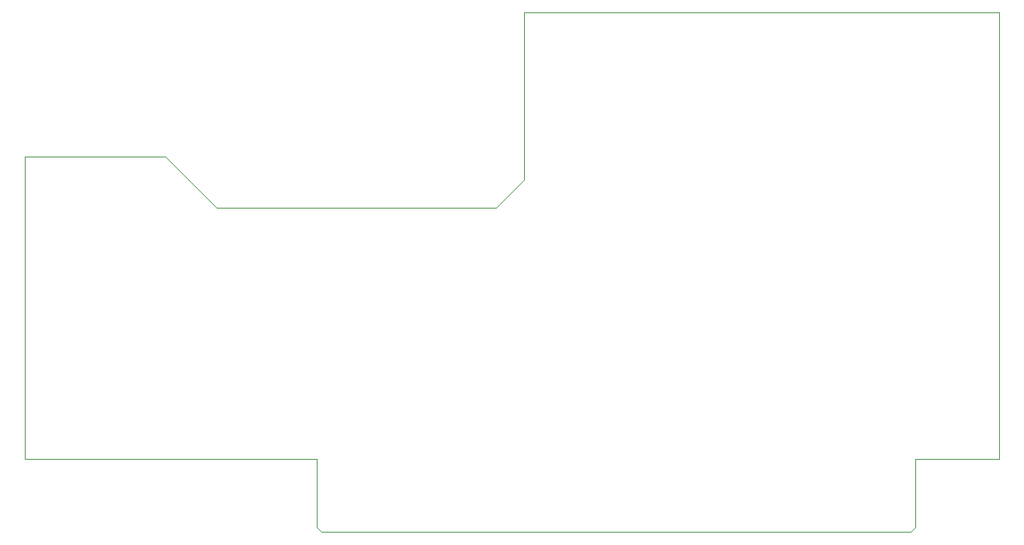
<source format=gm1>
%TF.GenerationSoftware,KiCad,Pcbnew,(5.1.10)-1*%
%TF.CreationDate,2022-12-06T13:34:18-05:00*%
%TF.ProjectId,AppleII-Pico,4170706c-6549-4492-9d50-69636f2e6b69,rev?*%
%TF.SameCoordinates,Original*%
%TF.FileFunction,Profile,NP*%
%FSLAX46Y46*%
G04 Gerber Fmt 4.6, Leading zero omitted, Abs format (unit mm)*
G04 Created by KiCad (PCBNEW (5.1.10)-1) date 2022-12-06 13:34:18*
%MOMM*%
%LPD*%
G01*
G04 APERTURE LIST*
%TA.AperFunction,Profile*%
%ADD10C,0.050000*%
%TD*%
G04 APERTURE END LIST*
D10*
X132064000Y-96096000D02*
X132064000Y-77808000D01*
X129016000Y-99144000D02*
X132064000Y-96096000D01*
X98536000Y-99144000D02*
X129016000Y-99144000D01*
X92948000Y-93556000D02*
X98536000Y-99144000D01*
X77581000Y-93556000D02*
X92948000Y-93556000D01*
X174241000Y-134492000D02*
X174749000Y-133984000D01*
X109979000Y-134492000D02*
X109471000Y-133984000D01*
X109979000Y-134492000D02*
X174241000Y-134492000D01*
X109471000Y-126576000D02*
X109471000Y-133984000D01*
X77581000Y-126576000D02*
X109471000Y-126576000D01*
X77581000Y-93556000D02*
X77581000Y-126576000D01*
X183880000Y-77808000D02*
X132064000Y-77808000D01*
X183880000Y-126576000D02*
X183880000Y-77808000D01*
X174749000Y-126576000D02*
X183880000Y-126576000D01*
X174749000Y-133984000D02*
X174749000Y-126576000D01*
M02*

</source>
